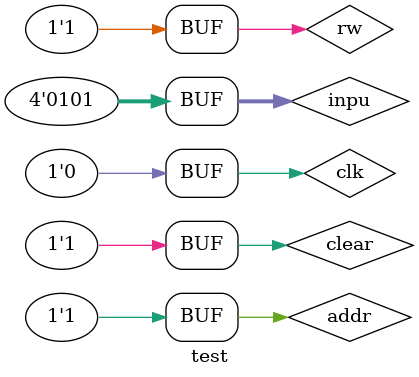
<source format=v>

module dff ( output q, output qnot, 
input d, input clk, input clear ); 
reg q, qnot; 

always @( posedge clk ) 
begin 
	if ( ~clear ) 
		begin 
		q <= 0; qnot <= ~q; 
	end 
	q <= d; qnot <= ~q;
end 
endmodule // dff 

module ram1x1 ( output w, input addr, input rw,
input clk, input inpu, input clear );
wire s1,s2,s3,s4;

and and1 (s1, addr, rw);
and and2 (s2, s1, clk);

dff kai (s3, s4, inpu, clk, clear);

and and3 (w, addr, s3);

endmodule

module ram1x4 ( output [3:0] we, input addr, input rw,
input clk, input [3:0] inpu, input clear );
wire s1,s2,s3,s4;

ram1x1 Rodrigo ( we[0], addr, rw, clk, inpu[0], clear);
ram1x1 Gustavo ( we[1], addr, rw, clk, inpu[1], clear);
ram1x1 Ana ( we[2], addr, rw, clk, inpu[2], clear);
ram1x1 Larissa ( we[3], addr, rw, clk, inpu[3], clear);

endmodule
 

module test; 
// ------------------------- definir dados 
wire [0:3] we; 
reg addr, rw, clk, clear;
reg [3:0] inpu;

ram1x4 ramiel (we,addr,rw,clk,inpu,clear);
// ------------------------- parte principal 
initial begin 
$display("Guia10Exerc01 - Pedro Henrique Vilar Locatelli - 427453"); 

   $monitor ( "%4d\t%1b\t%1b\t%1b\t%4b\t%1b\t%1b%1b%1b%1b", $time, addr, rw, clk, inpu, clear, we[0],we[1],we[2],we[3]); 
	#1 clear = 0;
	#1 clear = 1;
//	#1 clear = 0;
	#1 clk = 0;
	#1 inpu = 4'b0101;
	#1 addr = 1;
	#1 rw = 1;
	#1 clk = 1;
	#1 clk = 0;
	
	
	
	
end
endmodule
</source>
